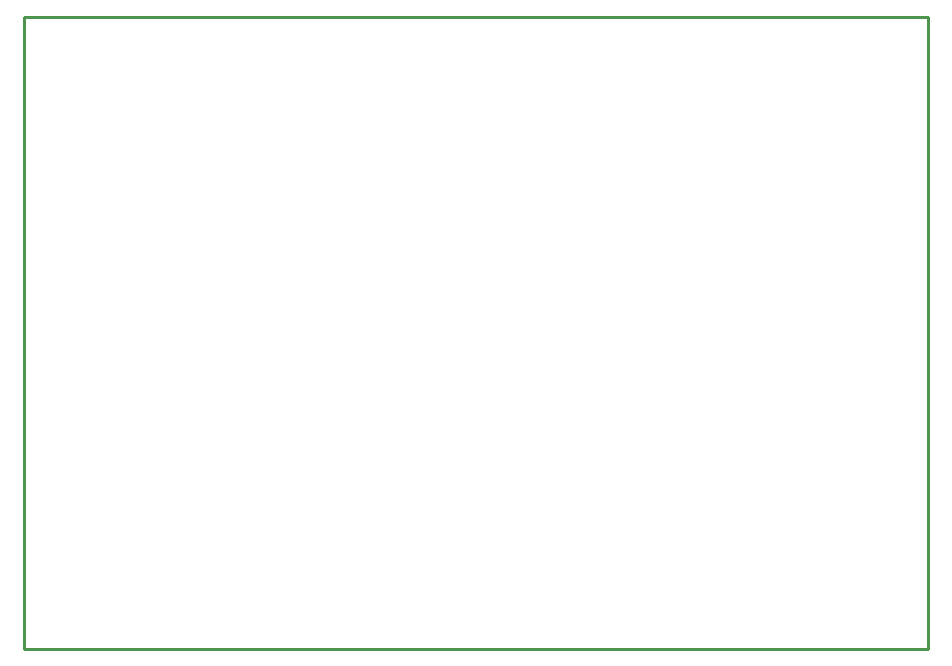
<source format=gko>
G04 Layer: BoardOutlineLayer*
G04 EasyEDA v6.5.46, 2024-09-20 08:35:55*
G04 a7edf335d4994be98b658af7e20cc970,64d3660010d149859882a44b8c89f403,10*
G04 Gerber Generator version 0.2*
G04 Scale: 100 percent, Rotated: No, Reflected: No *
G04 Dimensions in millimeters *
G04 leading zeros omitted , absolute positions ,4 integer and 5 decimal *
%FSLAX45Y45*%
%MOMM*%

%ADD10C,0.2540*%
D10*
X-5235600Y2181123D02*
G01*
X2414371Y2181123D01*
X2414371Y-3168878D01*
X-5235600Y-3168878D01*
X-5235600Y2181123D01*

%LPD*%
M02*

</source>
